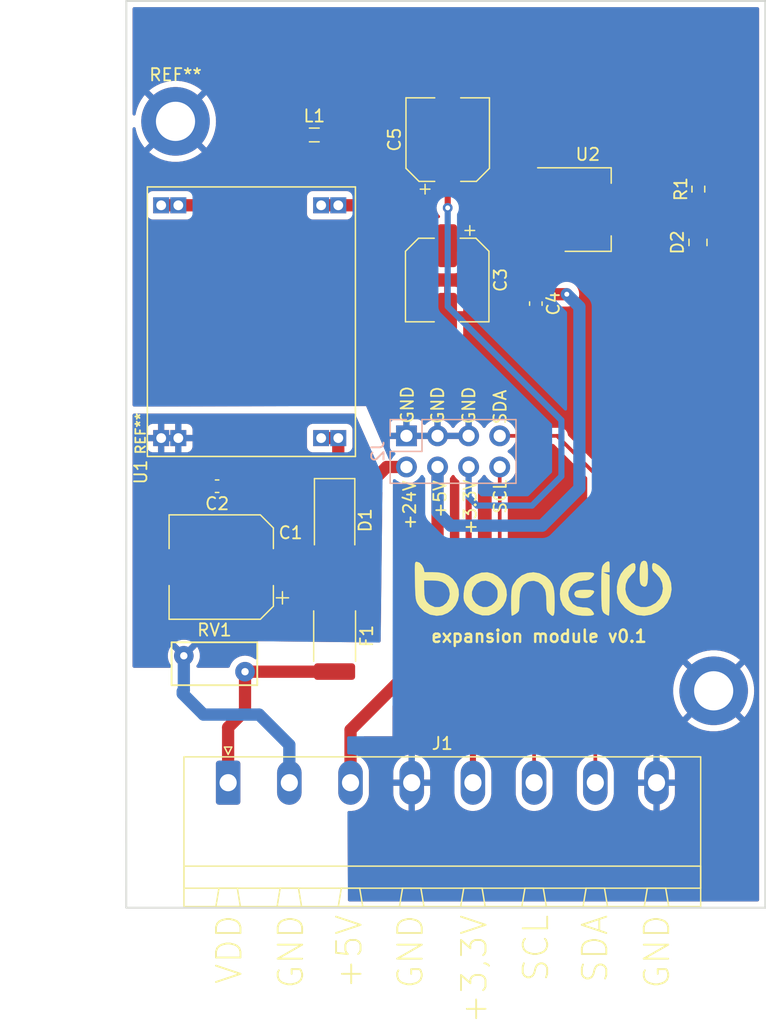
<source format=kicad_pcb>
(kicad_pcb (version 20211014) (generator pcbnew)
  (layers (0 "F.Cu" signal) (31 "B.Cu" signal) (34 "B.Paste" user) (35 "F.Paste" user) (36 "B.SilkS" user "B.Silkscreen") (37 "F.SilkS" user "F.Silkscreen") (38 "B.Mask" user) (39 "F.Mask" user) (44 "Edge.Cuts" user))
  (net 0 "")
  (net 1 "Net-(C1-Pad1)")
  (net 2 "GNDS")
  (net 3 "+24V")
  (net 4 "+5V")
  (net 5 "GND")
  (net 6 "+3V3")
  (net 7 "Net-(D2-Pad2)")
  (net 8 "VDD")
  (net 9 "Net-(L1-Pad1)")
  (net 10 "/SCL")
  (net 11 "/SDA")
  (footprint "Connector_Phoenix_MSTB:PhoenixContact_MSTBA_2,5_8-G_1x08_P5.00mm_Horizontal" (layer "F.Cu") (at 122.6 128.21)
    (fp_text reference "J1" (at 17.5 -3.2) (layer "F.SilkS"))
    (fp_text value "Screw_Terminal_01x08")
    (fp_line (start 1 10.11) (end 0.75 8.61) (layer "F.SilkS") (width 0.12))
    (fp_line (start -3.61 8.61) (end -3.61 6.81) (layer "F.SilkS") (width 0.12))
    (fp_line (start 15.75 8.61) (end 14.25 8.61) (layer "F.SilkS") (width 0.12))
    (fp_line (start 30.75 8.61) (end 29.25 8.61) (layer "F.SilkS") (width 0.12))
    (fp_line (start 19 10.11) (end 21 10.11) (layer "F.SilkS") (width 0.12))
    (fp_line (start -0.75 8.61) (end -1 10.11) (layer "F.SilkS") (width 0.12))
    (fp_line (start 38.61 10.11) (end 38.61 -2.11) (layer "F.SilkS") (width 0.12))
    (fp_line (start 9.25 8.61) (end 9 10.11) (layer "F.SilkS") (width 0.12))
    (fp_line (start 4.25 8.61) (end 4 10.11) (layer "F.SilkS") (width 0.12))
    (fp_line (start 24.25 8.61) (end 24 10.11) (layer "F.SilkS") (width 0.12))
    (fp_line (start 14.25 8.61) (end 14 10.11) (layer "F.SilkS") (width 0.12))
    (fp_line (start -3.61 6.81) (end 38.61 6.81) (layer "F.SilkS") (width 0.12))
    (fp_line (start -3.61 -2.11) (end -3.61 10.11) (layer "F.SilkS") (width 0.12))
    (fp_line (start -1 10.11) (end 1 10.11) (layer "F.SilkS") (width 0.12))
    (fp_line (start 16 10.11) (end 15.75 8.61) (layer "F.SilkS") (width 0.12))
    (fp_line (start 29.25 8.61) (end 29 10.11) (layer "F.SilkS") (width 0.12))
    (fp_line (start 25.75 8.61) (end 24.25 8.61) (layer "F.SilkS") (width 0.12))
    (fp_line (start 34 10.11) (end 36 10.11) (layer "F.SilkS") (width 0.12))
    (fp_line (start -3.61 10.11) (end 38.61 10.11) (layer "F.SilkS") (width 0.12))
    (fp_line (start 9 10.11) (end 11 10.11) (layer "F.SilkS") (width 0.12))
    (fp_line (start 5.75 8.61) (end 4.25 8.61) (layer "F.SilkS") (width 0.12))
    (fp_line (start 6 10.11) (end 5.75 8.61) (layer "F.SilkS") (width 0.12))
    (fp_line (start 21 10.11) (end 20.75 8.61) (layer "F.SilkS") (width 0.12))
    (fp_line (start 11 10.11) (end 10.75 8.61) (layer "F.SilkS") (width 0.12))
    (fp_line (start -0.3 -2.91) (end 0.3 -2.91) (layer "F.SilkS") (width 0.12))
    (fp_line (start 29 10.11) (end 31 10.11) (layer "F.SilkS") (width 0.12))
    (fp_line (start 35.75 8.61) (end 34.25 8.61) (layer "F.SilkS") (width 0.12))
    (fp_line (start 20.75 8.61) (end 19.25 8.61) (layer "F.SilkS") (width 0.12))
    (fp_line (start 38.61 6.81) (end 38.61 8.61) (layer "F.SilkS") (width 0.12))
    (fp_line (start 31 10.11) (end 30.75 8.61) (layer "F.SilkS") (width 0.12))
    (fp_line (start 0.3 -2.91) (end 0 -2.31) (layer "F.SilkS") (width 0.12))
    (fp_line (start 4 10.11) (end 6 10.11) (layer "F.SilkS") (width 0.12))
    (fp_line (start 38.61 -2.11) (end -3.61 -2.11) (layer "F.SilkS") (width 0.12))
    (fp_line (start 24 10.11) (end 26 10.11) (layer "F.SilkS") (width 0.12))
    (fp_line (start 14 10.11) (end 16 10.11) (layer "F.SilkS") (width 0.12))
    (fp_line (start 36 10.11) (end 35.75 8.61) (layer "F.SilkS") (width 0.12))
    (fp_line (start 10.75 8.61) (end 9.25 8.61) (layer "F.SilkS") (width 0.12))
    (fp_line (start 38.61 8.61) (end -3.61 8.61) (layer "F.SilkS") (width 0.12))
    (fp_line (start 34.25 8.61) (end 34 10.11) (layer "F.SilkS") (width 0.12))
    (fp_line (start 26 10.11) (end 25.75 8.61) (layer "F.SilkS") (width 0.12))
    (fp_line (start 19.25 8.61) (end 19 10.11) (layer "F.SilkS") (width 0.12))
    (fp_line (start 0 -2.31) (end -0.3 -2.91) (layer "F.SilkS") (width 0.12))
    (fp_line (start 0.75 8.61) (end -0.75 8.61) (layer "F.SilkS") (width 0.12))
    (pad "1" thru_hole roundrect locked (at 0 0) (size 2 3.6) (drill 1.4) (layers *.Cu *.Mask) (roundrect_rratio 0.125) (net 8 "VDD"))
    (pad "2" thru_hole oval locked (at 5 0) (size 2 3.6) (drill 1.4) (layers *.Cu *.Mask) (net 2 "GNDS"))
    (pad "3" thru_hole oval locked (at 10 0) (size 2 3.6) (drill 1.4) (layers *.Cu *.Mask) (net 4 "+5V"))
    (pad "4" thru_hole oval locked (at 15 0) (size 2 3.6) (drill 1.4) (layers *.Cu *.Mask) (net 5 "GND"))
    (pad "5" thru_hole oval locked (at 20 0) (size 2 3.6) (drill 1.4) (layers *.Cu *.Mask) (net 6 "+3V3"))
    (pad "6" thru_hole oval locked (at 25 0) (size 2 3.6) (drill 1.4) (layers *.Cu *.Mask) (net 10 "/SCL"))
    (pad "7" thru_hole oval locked (at 30 0) (size 2 3.6) (drill 1.4) (layers *.Cu *.Mask) (net 11 "/SDA"))
    (pad "8" thru_hole oval locked (at 35 0) (size 2 3.6) (drill 1.4) (layers *.Cu *.Mask) (net 5 "GND"))
  )
  (footprint "Capacitor_SMD:CP_Elec_8x10" (layer "F.Cu") (at 122.0375 110.61 180)
    (fp_text reference "C1" (at -5.6625 2.8) (layer "F.SilkS"))
    (fp_text value "220uF/50v")
    (fp_line (start -4.26 3.195563) (end -4.26 1.51) (layer "F.SilkS") (width 0.12))
    (fp_line (start -5.5 -2.51) (end -4.5 -2.51) (layer "F.SilkS") (width 0.12))
    (fp_line (start -3.195563 -4.26) (end 4.26 -4.26) (layer "F.SilkS") (width 0.12))
    (fp_line (start -5 -3.01) (end -5 -2.01) (layer "F.SilkS") (width 0.12))
    (fp_line (start -4.26 -3.195563) (end -4.26 -1.51) (layer "F.SilkS") (width 0.12))
    (fp_line (start -4.26 -3.195563) (end -3.195563 -4.26) (layer "F.SilkS") (width 0.12))
    (fp_line (start 4.26 4.26) (end 4.26 1.51) (layer "F.SilkS") (width 0.12))
    (fp_line (start -4.26 3.195563) (end -3.195563 4.26) (layer "F.SilkS") (width 0.12))
    (fp_line (start -3.195563 4.26) (end 4.26 4.26) (layer "F.SilkS") (width 0.12))
    (fp_line (start 4.26 -4.26) (end 4.26 -1.51) (layer "F.SilkS") (width 0.12))
    (pad "1" smd roundrect locked (at -3.25 0 180) (size 3.5 2.5) (layers "F.Cu" "F.Paste" "F.Mask") (roundrect_rratio 0.1) (net 1 "Net-(C1-Pad1)"))
    (pad "2" smd roundrect locked (at 3.25 0 180) (size 3.5 2.5) (layers "F.Cu" "F.Paste" "F.Mask") (roundrect_rratio 0.1) (net 2 "GNDS"))
  )
  (footprint "Resistor_SMD:R_0603_1608Metric" (layer "F.Cu") (at 161.02 79.76 90)
    (fp_text reference "R1" (at 0 -1.43 90) (layer "F.SilkS"))
    (fp_text value "330R")
    (fp_line (start -0.237258 0.5225) (end 0.237258 0.5225) (layer "F.SilkS") (width 0.12))
    (fp_line (start -0.237258 -0.5225) (end 0.237258 -0.5225) (layer "F.SilkS") (width 0.12))
    (pad "1" smd roundrect locked (at -0.825 0 90) (size 0.8 0.95) (layers "F.Cu" "F.Paste" "F.Mask") (net 7 "Net-(D2-Pad2)"))
    (pad "2" smd roundrect locked (at 0.825 0 90) (size 0.8 0.95) (layers "F.Cu" "F.Paste" "F.Mask") (net 6 "+3V3"))
  )
  (footprint "Varistor:RV_Disc_D7mm_W3.5mm_P5mm" (layer "F.Cu") (at 123.98 119.15 180)
    (fp_text reference "RV1" (at 2.5 3.4) (layer "F.SilkS"))
    (fp_text value "07D270K")
    (fp_line (start -1 -1.1) (end 6 -1.1) (layer "F.SilkS") (width 0.15))
    (fp_line (start 6 -1.1) (end 6 2.4) (layer "F.SilkS") (width 0.15))
    (fp_line (start -1 -1.1) (end -1 2.4) (layer "F.SilkS") (width 0.15))
    (fp_line (start -1 2.4) (end 6 2.4) (layer "F.SilkS") (width 0.15))
    (pad "1" thru_hole circle locked (at 0 0 180) (size 1.6 1.6) (drill 0.6) (layers *.Cu *.Mask) (net 8 "VDD"))
    (pad "2" thru_hole circle locked (at 5 1.3 180) (size 1.6 1.6) (drill 0.6) (layers *.Cu *.Mask) (net 2 "GNDS"))
  )
  (footprint "Capacitor_SMD:C_0603_1608Metric" (layer "F.Cu") (at 121.7 104.01 180)
    (fp_text reference "C2" (at 0 -1.43) (layer "F.SilkS"))
    (fp_text value "100n")
    (fp_line (start -0.14058 0.51) (end 0.14058 0.51) (layer "F.SilkS") (width 0.12))
    (fp_line (start -0.14058 -0.51) (end 0.14058 -0.51) (layer "F.SilkS") (width 0.12))
    (pad "1" smd roundrect locked (at -0.775 0 180) (size 0.9 0.95) (layers "F.Cu" "F.Paste" "F.Mask") (net 1 "Net-(C1-Pad1)"))
    (pad "2" smd roundrect locked (at 0.775 0 180) (size 0.9 0.95) (layers "F.Cu" "F.Paste" "F.Mask") (net 2 "GNDS"))
  )
  (footprint "Capacitor_SMD:C_0603_1608Metric" (layer "F.Cu") (at 147.74 89.105 -90)
    (fp_text reference "C4" (at 0 -1.43 90) (layer "F.SilkS"))
    (fp_text value "100n")
    (fp_line (start -0.14058 0.51) (end 0.14058 0.51) (layer "F.SilkS") (width 0.12))
    (fp_line (start -0.14058 -0.51) (end 0.14058 -0.51) (layer "F.SilkS") (width 0.12))
    (pad "1" smd roundrect locked (at -0.775 0 270) (size 0.9 0.95) (layers "F.Cu" "F.Paste" "F.Mask") (net 4 "+5V"))
    (pad "2" smd roundrect locked (at 0.775 0 270) (size 0.9 0.95) (layers "F.Cu" "F.Paste" "F.Mask") (net 5 "GND"))
  )
  (footprint "ESP32:MP1584-_module" (layer "F.Cu") (at 114.96625 102.85175 90)
    (fp_text reference "U1" (at 0 0.5 90) (layer "F.SilkS"))
    (fp_text value "MP1584EN_module")
    (fp_text user "REF**" (at 3.14175 0.48375 90) (layer "F.SilkS") (effects (font (size 0.787402 0.787402))))
    (fp_line (start 1.27 18.034) (end 23.27 18.034) (layer "F.SilkS") (width 0.127))
    (fp_line (start 1.27 1.034) (end 23.27 1.034) (layer "F.SilkS") (width 0.127))
    (fp_line (start 23.27 1.034) (end 23.27 18.034) (layer "F.SilkS") (width 0.127))
    (fp_line (start 1.27 18.034) (end 1.27 1.034) (layer "F.SilkS") (width 0.127))
    (pad "1" thru_hole rect locked (at 2.77 2.164 90) (size 1.308 1.308) (drill 0.8) (layers *.Cu *.Mask) (net 2 "GNDS"))
    (pad "2" thru_hole rect locked (at 2.77 3.564 90) (size 1.308 1.308) (drill 0.8) (layers *.Cu *.Mask) (net 2 "GNDS"))
    (pad "3" thru_hole rect locked (at 2.77 15.234 90) (size 1.308 1.308) (drill 0.8) (layers *.Cu *.Mask) (net 3 "+24V"))
    (pad "4" thru_hole rect locked (at 2.77 16.634 90) (size 1.308 1.308) (drill 0.8) (layers *.Cu *.Mask) (net 3 "+24V"))
    (pad "5" thru_hole rect locked (at 21.77 2.164 90) (size 1.308 1.308) (drill 0.8) (layers *.Cu *.Mask) (net 9 "Net-(L1-Pad1)"))
    (pad "6" thru_hole rect locked (at 21.77 3.564 90) (size 1.308 1.308) (drill 0.8) (layers *.Cu *.Mask) (net 9 "Net-(L1-Pad1)"))
    (pad "7" thru_hole rect locked (at 21.77 15.234 90) (size 1.308 1.308) (drill 0.8) (layers *.Cu *.Mask) (net 4 "+5V"))
    (pad "8" thru_hole rect locked (at 21.77 16.634 90) (size 1.308 1.308) (drill 0.8) (layers *.Cu *.Mask) (net 4 "+5V"))
  )
  (footprint "Diode_SMD:D_SMA" (layer "F.Cu") (at 131.3 106.79 -90)
    (fp_text reference "D1" (at 0 -2.5 90) (layer "F.SilkS"))
    (fp_text value "SS34")
    (fp_line (start -3.4 1.65) (end 2 1.65) (layer "F.SilkS") (width 0.12))
    (fp_line (start -3.4 -1.65) (end 2 -1.65) (layer "F.SilkS") (width 0.12))
    (fp_line (start -3.4 -1.65) (end -3.4 1.65) (layer "F.SilkS") (width 0.12))
    (pad "1" smd rect locked (at -2 0 270) (size 2.5 1.8) (layers "F.Cu" "F.Paste" "F.Mask") (net 3 "+24V"))
    (pad "2" smd rect locked (at 2 0 270) (size 2.5 1.8) (layers "F.Cu" "F.Paste" "F.Mask") (net 1 "Net-(C1-Pad1)"))
  )
  (footprint "Capacitor_SMD:CP_Elec_6.3x5.4" (layer "F.Cu") (at 140.5 87.18 -90)
    (fp_text reference "C3" (at 0 -4.35 90) (layer "F.SilkS"))
    (fp_text value "100uF/16V")
    (fp_line (start -2.345563 3.41) (end 3.41 3.41) (layer "F.SilkS") (width 0.12))
    (fp_line (start -2.345563 -3.41) (end 3.41 -3.41) (layer "F.SilkS") (width 0.12))
    (fp_line (start -4.4375 -1.8475) (end -3.65 -1.8475) (layer "F.SilkS") (width 0.12))
    (fp_line (start -3.41 2.345563) (end -2.345563 3.41) (layer "F.SilkS") (width 0.12))
    (fp_line (start -3.41 2.345563) (end -3.41 1.06) (layer "F.SilkS") (width 0.12))
    (fp_line (start 3.41 -3.41) (end 3.41 -1.06) (layer "F.SilkS") (width 0.12))
    (fp_line (start -4.04375 -2.24125) (end -4.04375 -1.45375) (layer "F.SilkS") (width 0.12))
    (fp_line (start 3.41 3.41) (end 3.41 1.06) (layer "F.SilkS") (width 0.12))
    (fp_line (start -3.41 -2.345563) (end -3.41 -1.06) (layer "F.SilkS") (width 0.12))
    (fp_line (start -3.41 -2.345563) (end -2.345563 -3.41) (layer "F.SilkS") (width 0.12))
    (pad "1" smd roundrect locked (at -2.8 0 270) (size 3.5 1.6) (layers "F.Cu" "F.Paste" "F.Mask") (roundrect_rratio 0.15625) (net 4 "+5V"))
    (pad "2" smd roundrect locked (at 2.8 0 270) (size 3.5 1.6) (layers "F.Cu" "F.Paste" "F.Mask") (roundrect_rratio 0.15625) (net 5 "GND"))
  )
  (footprint "Fuse:Fuse_2512_6332Metric" (layer "F.Cu") (at 131.3 116.24 -90)
    (fp_text reference "F1" (at 0 -2.62 90) (layer "F.SilkS"))
    (fp_text value "Fuse 3A")
    (fp_line (start -2.052064 -1.71) (end 2.052064 -1.71) (layer "F.SilkS") (width 0.12))
    (fp_line (start -2.052064 1.71) (end 2.052064 1.71) (layer "F.SilkS") (width 0.12))
    (pad "1" smd roundrect locked (at -2.9 0 270) (size 1.35 3.35) (layers "F.Cu" "F.Paste" "F.Mask") (roundrect_rratio 0.1851851852) (net 1 "Net-(C1-Pad1)"))
    (pad "2" smd roundrect locked (at 2.9 0 270) (size 1.35 3.35) (layers "F.Cu" "F.Paste" "F.Mask") (roundrect_rratio 0.1851851852) (net 8 "VDD"))
  )
  (footprint "Package_TO_SOT_SMD:SOT-223-3_TabPin2" (layer "F.Cu") (at 151.99 81.43)
    (fp_text reference "U2" (at 0 -4.5) (layer "F.SilkS"))
    (fp_text value "AMS1117-3.3")
    (fp_line (start -1.85 3.41) (end 1.91 3.41) (layer "F.SilkS") (width 0.12))
    (fp_line (start 1.91 -3.41) (end 1.91 -2.15) (layer "F.SilkS") (width 0.12))
    (fp_line (start 1.91 3.41) (end 1.91 2.15) (layer "F.SilkS") (width 0.12))
    (fp_line (start -4.1 -3.41) (end 1.91 -3.41) (layer "F.SilkS") (width 0.12))
    (pad "1" smd rect locked (at -3.15 -2.3) (size 2 1.5) (layers "F.Cu" "F.Paste" "F.Mask") (net 5 "GND"))
    (pad "2" smd rect locked (at 3.15 0) (size 2 3.8) (layers "F.Cu" "F.Paste" "F.Mask") (net 6 "+3V3"))
    (pad "2" smd rect locked (at -3.15 0) (size 2 1.5) (layers "F.Cu" "F.Paste" "F.Mask") (net 6 "+3V3"))
    (pad "3" smd rect locked (at -3.15 2.3) (size 2 1.5) (layers "F.Cu" "F.Paste" "F.Mask") (net 4 "+5V"))
  )
  (footprint "Capacitor_SMD:C_0805_2012Metric" (layer "F.Cu") (at 160.99 84.11 90)
    (fp_text reference "D2" (at 0 -1.68 90) (layer "F.SilkS"))
    (fp_text value "LED")
    (fp_line (start -0.261252 -0.735) (end 0.261252 -0.735) (layer "F.SilkS") (width 0.12))
    (fp_line (start -0.261252 0.735) (end 0.261252 0.735) (layer "F.SilkS") (width 0.12))
    (pad "1" smd roundrect locked (at -0.95 0 90) (size 1 1.45) (layers "F.Cu" "F.Paste" "F.Mask") (net 5 "GND"))
    (pad "2" smd roundrect locked (at 0.95 0 90) (size 1 1.45) (layers "F.Cu" "F.Paste" "F.Mask") (net 7 "Net-(D2-Pad2)"))
  )
  (footprint "" (layer "F.Cu") (at 162.27 120.71)
    (fp_text reference "" (at 0 0) (layer "F.SilkS") (effects (font (size 1.27 1.27))))
    (fp_text value "" (at 0 0) (layer "F.SilkS") (effects (font (size 1.27 1.27))))
    (pad "1" thru_hole circle locked (at 0 0) (size 5.6 5.6) (drill 3.2) (layers *.Cu *.Mask) (net 5 "GND"))
  )
  (footprint "Capacitor_SMD:CP_Elec_6.3x5.4" (layer "F.Cu") (at 140.54 75.72 90)
    (fp_text reference "C5" (at 0 -4.35 90) (layer "F.SilkS"))
    (fp_text value "100uF/16V")
    (fp_line (start -2.345563 3.41) (end 3.41 3.41) (layer "F.SilkS") (width 0.12))
    (fp_line (start 3.41 -3.41) (end 3.41 -1.06) (layer "F.SilkS") (width 0.12))
    (fp_line (start -3.41 -2.345563) (end -2.345563 -3.41) (layer "F.SilkS") (width 0.12))
    (fp_line (start -4.04375 -2.24125) (end -4.04375 -1.45375) (layer "F.SilkS") (width 0.12))
    (fp_line (start -3.41 2.345563) (end -3.41 1.06) (layer "F.SilkS") (width 0.12))
    (fp_line (start -3.41 2.345563) (end -2.345563 3.41) (layer "F.SilkS") (width 0.12))
    (fp_line (start -4.4375 -1.8475) (end -3.65 -1.8475) (layer "F.SilkS") (width 0.12))
    (fp_line (start -2.345563 -3.41) (end 3.41 -3.41) (layer "F.SilkS") (width 0.12))
    (fp_line (start 3.41 3.41) (end 3.41 1.06) (layer "F.SilkS") (width 0.12))
    (fp_line (start -3.41 -2.345563) (end -3.41 -1.06) (layer "F.SilkS") (width 0.12))
    (pad "1" smd roundrect locked (at -2.8 0 90) (size 3.5 1.6) (layers "F.Cu" "F.Paste" "F.Mask") (roundrect_rratio 0.15625) (net 6 "+3V3"))
    (pad "2" smd roundrect locked (at 2.8 0 90) (size 3.5 1.6) (layers "F.Cu" "F.Paste" "F.Mask") (roundrect_rratio 0.15625) (net 5 "GND"))
  )
  (footprint "Symbol:boneIO_LOGO_srednie" (layer "F.Cu") (at 148.35 112.38)
    (fp_text reference "G***" hide)
    (fp_text value "LOGO" hide)
    (fp_poly (pts (xy 3.84023 -1.341531) (xy 4.072955 -1.298454) (xy 4.158939 -1.213475) (xy 4.108781 -1.076492) (xy 3.940849 -0.885152) (xy 3.754699 -0.74572) (xy 3.522056 -0.685625) (xy 3.325694 -0.677334) (xy 2.860347 -0.609916) (xy 2.477974 -0.417166) (xy 2.205733 -0.113338) (xy 2.186709 -0.079446) (xy 2.054429 0.265595) (xy 2.059736 0.592503) (xy 2.173391 0.907366) (xy 2.415569 1.240729) (xy 2.7659 1.445436) (xy 3.226884 1.522875) (xy 3.284682 1.523683) (xy 3.584914 1.541361) (xy 3.785619 1.60815) (xy 3.940849 1.731818) (xy 4.082643 1.909016) (xy 4.148146 2.060683) (xy 4.148667 2.070484) (xy 4.071979 2.144857) (xy 3.868887 2.191052) (xy 3.579847 2.209728) (xy 3.245312 2.201541) (xy 2.90574 2.16715) (xy 2.601586 2.107213) (xy 2.413 2.042258) (xy 1.935309 1.742771) (xy 1.597032 1.349905) (xy 1.402934 0.87091) (xy 1.354667 0.431564) (xy 1.393823 -0.022623) (xy 1.52756 -0.386885) (xy 1.78028 -0.725403) (xy 1.80436 -0.751173) (xy 2.139669 -1.042609) (xy 2.514055 -1.229777) (xy 2.969282 -1.327943) (xy 3.450167 -1.352808) (xy 3.84023 -1.341531)) (layer "F.SilkS") (width 0.01) (fill solid))
    (fp_poly (pts (xy -10.111672 -2.125414) (xy -9.910764 -1.92964) (xy -9.779297 -1.661994) (xy -9.765771 -1.606021) (xy -9.7155 -1.354667) (xy -9.079739 -1.354667) (xy -8.521928 -1.327337) (xy -8.084875 -1.236315) (xy -7.727599 -1.068048) (xy -7.409121 -0.808988) (xy -7.39898 -0.798916) (xy -7.08816 -0.387757) (xy -6.924216 0.054592) (xy -6.89315 0.506464) (xy -6.980966 0.94619) (xy -7.173668 1.352102) (xy -7.457258 1.702531) (xy -7.817741 1.97581) (xy -8.24112 2.150271) (xy -8.713397 2.204244) (xy -9.220578 2.116062) (xy -9.271 2.099178) (xy -9.722212 1.858646) (xy -10.09962 1.496892) (xy -10.266422 1.243928) (xy -10.334685 1.103217) (xy -10.385283 0.954793) (xy -10.421506 0.769911) (xy -10.446646 0.519826) (xy -10.463997 0.175796) (xy -10.476848 -0.290926) (xy -10.484031 -0.656167) (xy -10.484391 -0.677334) (xy -9.736666 -0.677334) (xy -9.735418 0.021166) (xy -9.718395 0.478736) (xy -9.659147 0.808854) (xy -9.542538 1.051218) (xy -9.353435 1.245528) (xy -9.236079 1.330958) (xy -8.860518 1.497172) (xy -8.476862 1.494281) (xy -8.204718 1.392889) (xy -7.895028 1.145113) (xy -7.699892 0.806302) (xy -7.631199 0.420082) (xy -7.700834 0.030077) (xy -7.785905 -0.144057) (xy -7.993778 -0.400101) (xy -8.266342 -0.565369) (xy -8.636574 -0.653268) (xy -9.097462 -0.677334) (xy -9.736666 -0.677334) (xy -10.484391 -0.677334) (xy -10.493335 -1.201845) (xy -10.497012 -1.601091) (xy -10.492874 -1.876771) (xy -10.478729 -2.051751) (xy -10.452388 -2.148897) (xy -10.411662 -2.191075) (xy -10.35436 -2.201151) (xy -10.336057 -2.201334) (xy -10.111672 -2.125414)) (layer "F.SilkS") (width 0.01) (fill solid))
    (fp_poly (pts (xy -0.315845 -1.262595) (xy 0.144873 -1.036584) (xy 0.311939 -0.906275) (xy 0.546761 -0.672583) (xy 0.715243 -0.425823) (xy 0.827537 -0.132657) (xy 0.893794 0.240252) (xy 0.924164 0.726242) (xy 0.929474 1.121833) (xy 0.924923 1.613358) (xy 0.904165 1.950107) (xy 0.859502 2.146424) (xy 0.783242 2.216652) (xy 0.667687 2.175136) (xy 0.505143 2.036218) (xy 0.461818 1.993515) (xy 0.359597 1.875465) (xy 0.297607 1.743039) (xy 0.265998 1.551966) (xy 0.254919 1.257974) (xy 0.254 1.059462) (xy 0.239009 0.646123) (xy 0.198163 0.295274) (xy 0.137912 0.06078) (xy -0.093248 -0.303458) (xy -0.406555 -0.545271) (xy -0.770235 -0.652078) (xy -1.152514 -0.611299) (xy -1.348125 -0.527578) (xy -1.616303 -0.330307) (xy -1.797278 -0.066923) (xy -1.902952 0.291812) (xy -1.945231 0.775141) (xy -1.947333 0.944254) (xy -1.953162 1.29485) (xy -1.968694 1.590504) (xy -1.990999 1.782601) (xy -1.999927 1.81654) (xy -2.102903 1.937633) (xy -2.287867 2.074121) (xy -2.480408 2.176485) (xy -2.578129 2.201333) (xy -2.595416 2.121901) (xy -2.609795 1.904532) (xy -2.619941 1.580613) (xy -2.624531 1.181533) (xy -2.624666 1.097293) (xy -2.620747 0.616633) (xy -2.60622 0.269157) (xy -2.576935 0.018839) (xy -2.528741 -0.170346) (xy -2.460321 -0.32889) (xy -2.150829 -0.77035) (xy -1.752179 -1.090585) (xy -1.293827 -1.283461) (xy -0.805231 -1.342843) (xy -0.315845 -1.262595)) (layer "F.SilkS") (width 0.01) (fill solid))
    (fp_poly (pts (xy -4.121457 -1.228194) (xy -3.733271 -1.012513) (xy -3.410137 -0.710366) (xy -3.166531 -0.342037) (xy -3.016932 0.072191) (xy -2.975815 0.512036) (xy -3.057659 0.957215) (xy -3.27694 1.387444) (xy -3.518198 1.667152) (xy -3.971886 2.003103) (xy -4.458497 2.173363) (xy -4.971908 2.177012) (xy -5.505994 2.01313) (xy -5.581124 1.977235) (xy -5.97545 1.722184) (xy -6.267121 1.384843) (xy -6.281068 1.363402) (xy -6.414522 1.137595) (xy -6.486271 0.943355) (xy -6.511092 0.714728) (xy -6.508344 0.591371) (xy -5.83487 0.591371) (xy -5.724679 0.916335) (xy -5.520523 1.187666) (xy -5.246722 1.386512) (xy -4.927591 1.494024) (xy -4.587449 1.491351) (xy -4.250612 1.359642) (xy -4.003408 1.152585) (xy -3.827181 0.931334) (xy -3.745658 0.721324) (xy -3.725347 0.434726) (xy -3.725333 0.423333) (xy -3.744335 0.132437) (xy -3.823432 -0.078719) (xy -3.995765 -0.29757) (xy -4.000551 -0.302802) (xy -4.33275 -0.556097) (xy -4.703475 -0.661335) (xy -5.076932 -0.621905) (xy -5.417331 -0.441199) (xy -5.676094 -0.144057) (xy -5.826781 0.231624) (xy -5.83487 0.591371) (xy -6.508344 0.591371) (xy -6.503763 0.385763) (xy -6.503137 0.372294) (xy -6.425721 -0.162825) (xy -6.238544 -0.582902) (xy -5.924688 -0.914509) (xy -5.531551 -1.153615) (xy -5.035074 -1.319028) (xy -4.560217 -1.337127) (xy -4.121457 -1.228194)) (layer "F.SilkS") (width 0.01) (fill solid))
    (fp_poly (pts (xy 3.837253 0.096848) (xy 4.071254 0.140168) (xy 4.158648 0.224786) (xy 4.110145 0.360865) (xy 3.940849 0.554181) (xy 3.786565 0.677809) (xy 3.602672 0.740788) (xy 3.327517 0.76135) (xy 3.238115 0.762) (xy 2.952307 0.745526) (xy 2.730005 0.702976) (xy 2.6416 0.6604) (xy 2.550632 0.494116) (xy 2.54 0.423333) (xy 2.57502 0.267823) (xy 2.696425 0.165855) (xy 2.928734 0.108266) (xy 3.296465 0.085888) (xy 3.445934 0.084666) (xy 3.837253 0.096848)) (layer "F.SilkS") (width 0.01) (fill solid))
    (fp_poly (pts (xy 5.397289 -2.174953) (xy 5.416339 -2.006866) (xy 5.418667 -1.812407) (xy 5.418667 -1.354667) (xy 5.1435 -1.351353) (xy 4.868334 -1.348039) (xy 5.1435 -1.22844) (xy 5.418667 -1.108842) (xy 5.418667 0.546246) (xy 5.415584 1.054539) (xy 5.406989 1.499372) (xy 5.393866 1.855159) (xy 5.377199 2.096319) (xy 5.357969 2.197269) (xy 5.355167 2.198758) (xy 5.238277 2.158566) (xy 5.122334 2.099071) (xy 5.00052 2.021767) (xy 4.908293 1.932707) (xy 4.841502 1.808759) (xy 4.795997 1.626788) (xy 4.767629 1.363661) (xy 4.752247 0.996246) (xy 4.745701 0.501409) (xy 4.744026 -0.009749) (xy 4.7442 -0.600915) (xy 4.748153 -1.047032) (xy 4.757926 -1.372375) (xy 4.77556 -1.601217) (xy 4.803096 -1.757835) (xy 4.842574 -1.866502) (xy 4.896034 -1.951495) (xy 4.908624 -1.96784) (xy 5.081083 -2.134208) (xy 5.247291 -2.225332) (xy 5.34602 -2.235534) (xy 5.397289 -2.174953)) (layer "F.SilkS") (width 0.01) (fill solid))
    (fp_poly (pts (xy 9.137088 -2.075976) (xy 9.387846 -1.934633) (xy 9.480689 -1.87343) (xy 9.935419 -1.476079) (xy 10.255673 -1.001747) (xy 10.438865 -0.47708) (xy 10.482413 0.071277) (xy 10.383731 0.616678) (xy 10.140236 1.132479) (xy 9.811148 1.533921) (xy 9.3417 1.886819) (xy 8.806801 2.113036) (xy 8.245328 2.202139) (xy 7.696157 2.143691) (xy 7.619452 2.122225) (xy 7.138057 1.901974) (xy 6.691225 1.563445) (xy 6.327261 1.149596) (xy 6.130106 0.797702) (xy 6.016389 0.332014) (xy 6.019453 -0.18957) (xy 6.128193 -0.716141) (xy 6.331503 -1.196788) (xy 6.61828 -1.580603) (xy 6.656792 -1.616849) (xy 7.00073 -1.906978) (xy 7.250149 -2.066076) (xy 7.415454 -2.09602) (xy 7.507047 -1.998689) (xy 7.535333 -1.775959) (xy 7.535334 -1.775414) (xy 7.512183 -1.537083) (xy 7.417907 -1.354277) (xy 7.226389 -1.162903) (xy 6.912209 -0.793983) (xy 6.741933 -0.388997) (xy 6.701612 0.028717) (xy 6.777299 0.435823) (xy 6.955048 0.808984) (xy 7.22091 1.124864) (xy 7.560941 1.360125) (xy 7.961191 1.491433) (xy 8.407714 1.495448) (xy 8.759742 1.402744) (xy 9.192535 1.158186) (xy 9.5091 0.818596) (xy 9.705104 0.414323) (xy 9.776212 -0.024288) (xy 9.718091 -0.466889) (xy 9.526406 -0.883134) (xy 9.196822 -1.242675) (xy 9.143436 -1.283805) (xy 8.963375 -1.457515) (xy 8.895531 -1.666428) (xy 8.89 -1.793923) (xy 8.910132 -2.008578) (xy 8.985172 -2.10161) (xy 9.137088 -2.075976)) (layer "F.SilkS") (width 0.01) (fill solid))
    (fp_poly (pts (xy 8.376083 -2.253173) (xy 8.465934 -2.139085) (xy 8.520462 -1.920328) (xy 8.546462 -1.573495) (xy 8.551334 -1.227667) (xy 8.541804 -0.773051) (xy 8.508686 -0.463525) (xy 8.445184 -0.275682) (xy 8.344503 -0.186114) (xy 8.244114 -0.169334) (xy 8.104899 -0.224402) (xy 8.007048 -0.302381) (xy 7.939539 -0.414346) (xy 7.898016 -0.607546) (xy 7.877865 -0.914062) (xy 7.874 -1.227667) (xy 7.889172 -1.69178) (xy 7.939281 -2.008607) (xy 8.031222 -2.197856) (xy 8.171885 -2.279236) (xy 8.244114 -2.286) (xy 8.376083 -2.253173)) (layer "F.SilkS") (width 0.01) (fill solid))
  )
  (footprint "MountingHole:MountingHole_3.2mm_M3_DIN965_Pad" (layer "F.Cu") (at 118.3 74.23)
    (fp_text reference "REF**" (at 0 -3.8) (layer "F.SilkS"))
    (fp_text value "MountingHole_3.2mm_M3_DIN965_Pad")
    (pad "1" thru_hole circle locked (at 0 0) (size 5.6 5.6) (drill 3.2) (layers *.Cu *.Mask) (net 5 "GND"))
  )
  (footprint "Inductor_SMD:L_0805_2012Metric" (layer "F.Cu") (at 129.64 75.34)
    (fp_text reference "L1" (at 0 -1.55) (layer "F.SilkS"))
    (fp_text value "BLM21PG121SN1D")
    (fp_line (start -0.399622 0.56) (end 0.399622 0.56) (layer "F.SilkS") (width 0.12))
    (fp_line (start -0.399622 -0.56) (end 0.399622 -0.56) (layer "F.SilkS") (width 0.12))
    (pad "1" smd roundrect locked (at -1.0625 0) (size 0.875 1.2) (layers "F.Cu" "F.Paste" "F.Mask") (net 9 "Net-(L1-Pad1)"))
    (pad "2" smd roundrect locked (at 1.0625 0) (size 0.875 1.2) (layers "F.Cu" "F.Paste" "F.Mask") (net 5 "GND"))
  )
  (footprint "Connector_PinHeader_2.54mm:PinHeader_2x04_P2.54mm_Vertical" (layer "B.Cu") (at 137.17 99.9 -90)
    (fp_text reference "J2" (at 1.27 2.33 90) (layer "B.SilkS") (effects (justify mirror)))
    (fp_text value "Conn_02x04_Odd_Even")
    (fp_line (start -1.33 -8.95) (end 3.87 -8.95) (layer "B.SilkS") (width 0.12))
    (fp_line (start 3.87 1.33) (end 3.87 -8.95) (layer "B.SilkS") (width 0.12))
    (fp_line (start 1.27 -1.27) (end 1.27 1.33) (layer "B.SilkS") (width 0.12))
    (fp_line (start -1.33 1.33) (end 0 1.33) (layer "B.SilkS") (width 0.12))
    (fp_line (start -1.33 -1.27) (end 1.27 -1.27) (layer "B.SilkS") (width 0.12))
    (fp_line (start 1.27 1.33) (end 3.87 1.33) (layer "B.SilkS") (width 0.12))
    (fp_line (start -1.33 -1.27) (end -1.33 -8.95) (layer "B.SilkS") (width 0.12))
    (fp_line (start -1.33 0) (end -1.33 1.33) (layer "B.SilkS") (width 0.12))
    (pad "1" thru_hole rect locked (at 0 0 270) (size 1.7 1.7) (drill 1) (layers *.Cu *.Mask) (net 5 "GND"))
    (pad "2" thru_hole oval locked (at 2.54 0 270) (size 1.7 1.7) (drill 1) (layers *.Cu *.Mask) (net 3 "+24V"))
    (pad "3" thru_hole oval locked (at 0 -2.54 270) (size 1.7 1.7) (drill 1) (layers *.Cu *.Mask) (net 5 "GND"))
    (pad "4" thru_hole oval locked (at 2.54 -2.54 270) (size 1.7 1.7) (drill 1) (layers *.Cu *.Mask) (net 4 "+5V"))
    (pad "5" thru_hole oval locked (at 0 -5.08 270) (size 1.7 1.7) (drill 1) (layers *.Cu *.Mask) (net 5 "GND"))
    (pad "6" thru_hole oval locked (at 2.54 -5.08 270) (size 1.7 1.7) (drill 1) (layers *.Cu *.Mask) (net 6 "+3V3"))
    (pad "7" thru_hole oval locked (at 0 -7.62 270) (size 1.7 1.7) (drill 1) (layers *.Cu *.Mask) (net 11 "/SDA"))
    (pad "8" thru_hole oval locked (at 2.54 -7.62 270) (size 1.7 1.7) (drill 1) (layers *.Cu *.Mask) (net 10 "/SCL"))
  )
  (gr_line (start 166.49 138.41) (end 166.49 64.4) (layer "Edge.Cuts") (width 0.15))
  (gr_line (start 166.49 138.41) (end 114.28 138.41) (layer "Edge.Cuts") (width 0.15))
  (gr_line (start 166.49 64.4) (end 114.285 64.4) (layer "Edge.Cuts") (width 0.15))
  (gr_line (start 114.28 138.41) (end 114.285 64.4) (layer "Edge.Cuts") (width 0.15))
  (gr_text "GND\n" (at 127.73 142 90) (layer "F.SilkS") (effects (font (size 2 2))))
  (gr_text "VDD" (at 122.69 141.809524 90) (layer "F.SilkS") (effects (font (size 2 2))))
  (gr_text "+3,3V" (at 142.71 143.428572 90) (layer "F.SilkS") (effects (font (size 2 2))))
  (gr_text "SDA" (at 144.82 97.55 90) (layer "F.SilkS") (effects (font (size 1 1))))
  (gr_text "SCL\n" (at 147.75 141.714286 90) (layer "F.SilkS") (effects (font (size 2 2))))
  (gr_text "SDA" (at 152.58 141.761905 90) (layer "F.SilkS") (effects (font (size 2 2))))
  (gr_text "+3.3V" (at 142.38 105.72 90) (layer "F.SilkS") (effects (font (size 1 1))))
  (gr_text "+5V\n" (at 132.5 142 90) (layer "F.SilkS") (effects (font (size 2 2))))
  (gr_text "SCL" (at 144.83 104.87 90) (layer "F.SilkS") (effects (font (size 1 1))))
  (gr_text "+24V" (at 137.43 105.55 90) (layer "F.SilkS") (effects (font (size 1 1))))
  (gr_text "+5V" (at 139.91 105.06 90) (layer "F.SilkS") (effects (font (size 1 1))))
  (gr_text "GND" (at 137.24 97.37 90) (layer "F.SilkS") (effects (font (size 1 1))))
  (gr_text "GND" (at 157.64 142 90) (layer "F.SilkS") (effects (font (size 2 2))))
  (gr_text "expansion module v0.1" (at 148 116.26) (layer "F.SilkS") (effects (font (size 1 1) (thickness 0.2))))
  (gr_text "GND" (at 142.27 97.41 90) (layer "F.SilkS") (effects (font (size 1 1))))
  (gr_text "GND" (at 137.5 142 90) (layer "F.SilkS") (effects (font (size 2 2))))
  (gr_text "GND" (at 139.72 97.4 90) (layer "F.SilkS") (effects (font (size 1 1))))
  (segment (start 131.3 113.34) (end 131.3 108.79) (width 1) (layer "F.Cu") (net 1))
  (segment (start 125.2875 105.0375) (end 124.26 104.01) (width 1) (layer "F.Cu") (net 1))
  (segment (start 127.85 110.61) (end 125.2875 110.61) (width 1) (layer "F.Cu") (net 1))
  (segment (start 129.67 108.79) (end 127.85 110.61) (width 1) (layer "F.Cu") (net 1))
  (segment (start 131.3 108.79) (end 129.67 108.79) (width 1) (layer "F.Cu") (net 1))
  (segment (start 124.26 104.01) (end 122.475 104.01) (width 1) (layer "F.Cu") (net 1))
  (segment (start 125.2875 110.61) (end 125.2875 105.0375) (width 1) (layer "F.Cu") (net 1))
  (segment (start 118.89 120.76) (end 118.98 120.67) (width 1) (layer "B.Cu") (net 2))
  (segment (start 127.6 125.12) (end 125.13 122.65) (width 1) (layer "B.Cu") (net 2))
  (segment (start 125.13 122.65) (end 120.59 122.65) (width 1) (layer "B.Cu") (net 2))
  (segment (start 118.89 120.95) (end 118.89 120.76) (width 1) (layer "B.Cu") (net 2))
  (segment (start 118.98 120.67) (end 118.98 117.85) (width 1) (layer "B.Cu") (net 2))
  (segment (start 127.6 128.21) (end 127.6 125.12) (width 1) (layer "B.Cu") (net 2))
  (segment (start 120.59 122.65) (end 118.89 120.95) (width 1) (layer "B.Cu") (net 2))
  (segment (start 131.64 102.07) (end 131.60025 102.03025) (width 1) (layer "F.Cu") (net 3))
  (segment (start 131.3 102.41) (end 131.64 102.07) (width 1) (layer "F.Cu") (net 3))
  (segment (start 131.3 104.79) (end 131.3 102.41) (width 1) (layer "F.Cu") (net 3))
  (segment (start 133.2 104.79) (end 135.55 102.44) (width 1) (layer "F.Cu") (net 3))
  (segment (start 131.3 104.79) (end 133.2 104.79) (width 1) (layer "F.Cu") (net 3))
  (segment (start 131.60025 102.03025) (end 131.60025 100.08175) (width 1) (layer "F.Cu") (net 3))
  (segment (start 130.20025 100.08175) (end 131.60025 100.08175) (width 1) (layer "F.Cu") (net 3))
  (segment (start 135.55 102.44) (end 137.17 102.44) (width 1) (layer "F.Cu") (net 3))
  (segment (start 134.65175 81.08175) (end 137.95 84.38) (width 1) (layer "F.Cu") (net 4))
  (segment (start 132.6 123.9) (end 132.6 128.21) (width 1) (layer "F.Cu") (net 4))
  (segment (start 136.8 113.7) (end 136.8 119.7) (width 1) (layer "F.Cu") (net 4))
  (segment (start 139.71 102.44) (end 139.71 110.79) (width 1) (layer "F.Cu") (net 4))
  (segment (start 137.95 84.38) (end 140.5 84.38) (width 1) (layer "F.Cu") (net 4))
  (segment (start 147.75 88.34) (end 147.74 88.33) (width 1) (layer "F.Cu") (net 4))
  (segment (start 148.84 83.73) (end 148.84 85.02) (width 1) (layer "F.Cu") (net 4))
  (segment (start 147.74 86.12) (end 147.74 88.33) (width 1) (layer "F.Cu") (net 4))
  (segment (start 148.84 85.02) (end 147.74 86.12) (width 1) (layer "F.Cu") (net 4))
  (segment (start 136.8 119.7) (end 132.6 123.9) (width 1) (layer "F.Cu") (net 4))
  (segment (start 131.60025 81.08175) (end 134.65175 81.08175) (width 1) (layer "F.Cu") (net 4))
  (segment (start 139.71 110.79) (end 136.8 113.7) (width 1) (layer "F.Cu") (net 4))
  (segment (start 142.45 84.38) (end 140.5 84.38) (width 1) (layer "F.Cu") (net 4))
  (segment (start 130.20025 81.08175) (end 131.60025 81.08175) (width 1) (layer "F.Cu") (net 4))
  (segment (start 146.4 88.33) (end 142.45 84.38) (width 1) (layer "F.Cu") (net 4))
  (segment (start 150.27 88.34) (end 147.75 88.34) (width 1) (layer "F.Cu") (net 4))
  (segment (start 147.74 88.33) (end 146.4 88.33) (width 1) (layer "F.Cu") (net 4))
  (via (at 150.27 88.34) (size 0.8) (drill 0.4) (layers "F.Cu" "B.Cu") (net 4))
  (segment (start 148.25 107.23) (end 151.3 104.18) (width 1) (layer "B.Cu") (net 4))
  (segment (start 139.71 102.44) (end 139.71 106.15) (width 1) (layer "B.Cu") (net 4))
  (segment (start 140.79 107.23) (end 148.25 107.23) (width 1) (layer "B.Cu") (net 4))
  (segment (start 151.3 104.18) (end 151.3 89.37) (width 1) (layer "B.Cu") (net 4))
  (segment (start 139.71 106.15) (end 140.79 107.23) (width 1) (layer "B.Cu") (net 4))
  (segment (start 151.3 89.37) (end 150.27 88.34) (width 1) (layer "B.Cu") (net 4))
  (segment (start 142.6 117.2) (end 142.25 116.85) (width 0.5) (layer "F.Cu") (net 6))
  (segment (start 142.25 102.44) (end 142.25 116.85) (width 0.5) (layer "F.Cu") (net 6))
  (segment (start 142.6 128.21) (end 142.6 117.2) (width 0.5) (layer "F.Cu") (net 6))
  (segment (start 161.02 78.935) (end 158.735 78.935) (width 0.5) (layer "F.Cu") (net 6))
  (segment (start 148.84 81.43) (end 155.14 81.43) (width 0.5) (layer "F.Cu") (net 6))
  (segment (start 156.24 81.43) (end 155.14 81.43) (width 0.5) (layer "F.Cu") (net 6))
  (segment (start 140.54 78.52) (end 143.2 78.52) (width 0.5) (layer "F.Cu") (net 6))
  (segment (start 143.2 78.52) (end 146.11 81.43) (width 0.5) (layer "F.Cu") (net 6))
  (segment (start 146.11 81.43) (end 148.84 81.43) (width 0.5) (layer "F.Cu") (net 6))
  (segment (start 158.735 78.935) (end 156.24 81.43) (width 0.5) (layer "F.Cu") (net 6))
  (segment (start 140.54 81.29) (end 140.54 78.52) (width 0.5) (layer "F.Cu") (net 6))
  (via (at 140.54 81.29) (size 0.8) (drill 0.4) (layers "F.Cu" "B.Cu") (net 6))
  (segment (start 140.54 81.29) (end 140.54 89.34) (width 0.5) (layer "B.Cu") (net 6))
  (segment (start 149.83 103.19) (end 147.43 105.59) (width 0.5) (layer "B.Cu") (net 6))
  (segment (start 147.43 105.59) (end 142.95 105.59) (width 0.5) (layer "B.Cu") (net 6))
  (segment (start 142.25 104.89) (end 142.25 102.44) (width 0.5) (layer "B.Cu") (net 6))
  (segment (start 140.54 89.34) (end 149.83 98.63) (width 0.5) (layer "B.Cu") (net 6))
  (segment (start 142.95 105.59) (end 142.25 104.89) (width 0.5) (layer "B.Cu") (net 6))
  (segment (start 149.83 98.63) (end 149.83 103.19) (width 0.5) (layer "B.Cu") (net 6))
  (segment (start 161.02 80.585) (end 161.02 83.13) (width 0.3) (layer "F.Cu") (net 7))
  (segment (start 161.02 83.13) (end 160.99 83.16) (width 0.3) (layer "F.Cu") (net 7))
  (segment (start 122.6 123.7) (end 123.98 122.32) (width 1) (layer "F.Cu") (net 8))
  (segment (start 123.98 119.15) (end 131.29 119.15) (width 1) (layer "F.Cu") (net 8))
  (segment (start 123.98 122.32) (end 123.98 119.15) (width 1) (layer "F.Cu") (net 8))
  (segment (start 131.29 119.15) (end 131.3 119.14) (width 1) (layer "F.Cu") (net 8))
  (segment (start 122.6 128.21) (end 122.6 123.7) (width 1) (layer "F.Cu") (net 8))
  (segment (start 118.53025 81.08175) (end 121.33825 81.08175) (width 1) (layer "F.Cu") (net 9))
  (segment (start 127.08 75.34) (end 128.5775 75.34) (width 1) (layer "F.Cu") (net 9))
  (segment (start 121.33825 81.08175) (end 127.08 75.34) (width 1) (layer "F.Cu") (net 9))
  (segment (start 117.13025 81.08175) (end 118.53025 81.08175) (width 1) (layer "F.Cu") (net 9))
  (segment (start 144.79 112.68) (end 144.79 102.44) (width 0.3) (layer "F.Cu") (net 10))
  (segment (start 147.6 115.49) (end 144.79 112.68) (width 0.3) (layer "F.Cu") (net 10))
  (segment (start 147.6 128.21) (end 147.6 115.49) (width 0.3) (layer "F.Cu") (net 10))
  (segment (start 152.6 103.03) (end 149.47 99.9) (width 0.3) (layer "F.Cu") (net 11))
  (segment (start 149.7 99.9) (end 149.47 99.9) (width 0.3) (layer "F.Cu") (net 11))
  (segment (start 152.6 128.21) (end 152.6 103.03) (width 0.3) (layer "F.Cu") (net 11))
  (segment (start 149.47 99.9) (end 144.79 99.9) (width 0.3) (layer "F.Cu") (net 11))
  (zone (net 2) (net_name "GNDS") (layers F&B.Cu) (connect_pads (clearance 0.508)) (min_thickness 0.254) (fill yes (thermal_gap 0.508) (thermal_bridge_width 0.508))
    (polygon (pts (xy 135.22 103.17) (xy 135.06 116.77) (xy 124.98 116.66) (xy 124.98 118.83) (xy 114.21 118.83) (xy 114.26 98.08) (xy 132.96 98.08)))
  )
  (zone (net 5) (net_name "GND") (layers F&B.Cu) (connect_pads (clearance 0.508)) (min_thickness 0.254) (fill yes (thermal_gap 0.508) (thermal_bridge_width 0.508))
    (polygon (pts (xy 166.57 138.41) (xy 132.8 138.42) (xy 132.39 138.42) (xy 132.32 124.42) (xy 136.03 124.42) (xy 136.06 102.58) (xy 133.87 97.47) (xy 114.29 97.51) (xy 114.29 64.39) (xy 166.56 64.37)))
  )
)
</source>
